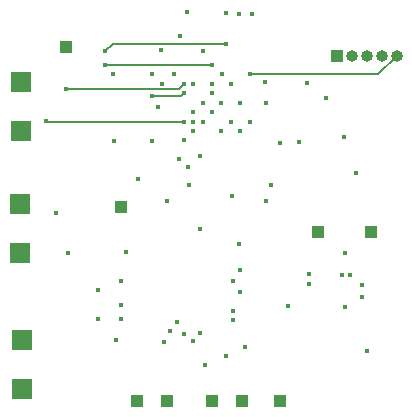
<source format=gbr>
G04 #@! TF.GenerationSoftware,KiCad,Pcbnew,(5.1.0)-1*
G04 #@! TF.CreationDate,2019-07-24T02:43:26-07:00*
G04 #@! TF.ProjectId,SDCard-PCB,53444361-7264-42d5-9043-422e6b696361,rev?*
G04 #@! TF.SameCoordinates,Original*
G04 #@! TF.FileFunction,Copper,L3,Inr*
G04 #@! TF.FilePolarity,Positive*
%FSLAX46Y46*%
G04 Gerber Fmt 4.6, Leading zero omitted, Abs format (unit mm)*
G04 Created by KiCad (PCBNEW (5.1.0)-1) date 2019-07-24 02:43:26*
%MOMM*%
%LPD*%
G04 APERTURE LIST*
%ADD10R,1.000000X1.000000*%
%ADD11R,1.700000X1.700000*%
%ADD12O,1.000000X1.000000*%
%ADD13C,0.450000*%
%ADD14C,0.152400*%
G04 APERTURE END LIST*
D10*
X132753100Y-70205600D03*
X128282700Y-70205600D03*
X125082300Y-84518500D03*
X121856500Y-84518500D03*
X119316500Y-84518500D03*
X111582200Y-68122800D03*
X115455700Y-84543900D03*
X112928400Y-84556600D03*
X106934000Y-54584600D03*
D11*
X103238300Y-83563100D03*
X103238300Y-79413100D03*
D12*
X134955280Y-55298340D03*
X133685280Y-55298340D03*
X132415280Y-55298340D03*
X131145280Y-55298340D03*
D10*
X129875280Y-55298340D03*
D11*
X103093100Y-57513900D03*
X103035100Y-67823900D03*
X103043100Y-71973900D03*
X103093100Y-61713900D03*
D13*
X117205760Y-51635660D03*
X110909100Y-56822340D03*
X110970060Y-62565280D03*
X130558540Y-72006460D03*
X127492760Y-73784460D03*
X131977180Y-74692460D03*
X132405120Y-80307180D03*
X130479800Y-62217300D03*
X131457700Y-65275460D03*
X128991360Y-58930540D03*
X126682500Y-62638940D03*
X120103850Y-59283650D03*
X118498620Y-59291220D03*
X120903800Y-60883600D03*
X127368300Y-57658000D03*
X116340000Y-77890000D03*
X118284600Y-78755600D03*
X121557300Y-71249900D03*
X121640600Y-75311000D03*
X121043700Y-76936600D03*
X121640600Y-73431400D03*
X109664500Y-75184000D03*
X109639100Y-77558900D03*
X111175800Y-79375000D03*
X120980200Y-67144900D03*
X116497100Y-64058800D03*
X114206020Y-62567820D03*
X130959860Y-73855580D03*
X119303800Y-60083700D03*
X122501660Y-60888880D03*
X120098820Y-61681360D03*
X121700000Y-59280000D03*
X123780000Y-57550000D03*
X118277300Y-69989900D03*
X121043700Y-77711300D03*
X111620300Y-77558900D03*
X111569500Y-74396600D03*
X111582200Y-76403200D03*
X121081800Y-74409300D03*
X111988600Y-71920100D03*
X107111800Y-71996300D03*
X106095800Y-68592700D03*
X117703600Y-57683400D03*
X130317240Y-73855580D03*
X115735100Y-78625700D03*
X115277900Y-79565500D03*
X117710000Y-60880000D03*
X118290000Y-63780000D03*
X114239040Y-56822340D03*
X125036580Y-62661800D03*
X118506240Y-60883800D03*
X121701560Y-61681360D03*
X119300000Y-58480110D03*
X117319900Y-66268600D03*
X124307600Y-66268600D03*
X106908600Y-58089800D03*
X116903500Y-57683400D03*
X116903504Y-60883800D03*
X105270300Y-60858400D03*
X122500000Y-56890000D03*
X116900002Y-78880000D03*
X116900000Y-62470000D03*
X117710000Y-79490000D03*
X117710000Y-61690000D03*
X120110000Y-56890000D03*
X120510000Y-80750000D03*
X118740000Y-81510000D03*
X119310000Y-57689890D03*
X125745240Y-76527660D03*
X127502920Y-74676000D03*
X130561080Y-76560680D03*
X131966200Y-75752460D03*
X123840000Y-67570000D03*
X123840000Y-59290000D03*
X120904000Y-57683400D03*
X122110500Y-79984600D03*
X115006120Y-54823360D03*
X115026440Y-57691020D03*
X121592340Y-51765200D03*
X122699780Y-51798220D03*
X120500000Y-54300000D03*
X110230000Y-54950000D03*
X110230000Y-56100000D03*
X119310000Y-56090000D03*
X113020000Y-65760000D03*
X116100000Y-56880000D03*
X114220000Y-58710000D03*
X116900000Y-58480000D03*
X117310000Y-64720000D03*
X117700000Y-60080000D03*
X115520000Y-67640000D03*
X114750000Y-59680000D03*
X118506240Y-54922420D03*
X116611400Y-53632100D03*
X120497600Y-51694080D03*
D14*
X106908600Y-58089800D02*
X116497100Y-58089800D01*
X116497100Y-58089800D02*
X116903500Y-57683400D01*
X116903504Y-60883800D02*
X105295700Y-60883800D01*
X105295700Y-60883800D02*
X105270300Y-60858400D01*
X133363620Y-56890000D02*
X134955280Y-55298340D01*
X122500000Y-56890000D02*
X133363620Y-56890000D01*
X120500000Y-54300000D02*
X110880000Y-54300000D01*
X110880000Y-54300000D02*
X110230000Y-54950000D01*
X110230000Y-56100000D02*
X119300000Y-56100000D01*
X119300000Y-56100000D02*
X119310000Y-56090000D01*
X114220000Y-58710000D02*
X116670000Y-58710000D01*
X116670000Y-58710000D02*
X116900000Y-58480000D01*
M02*

</source>
